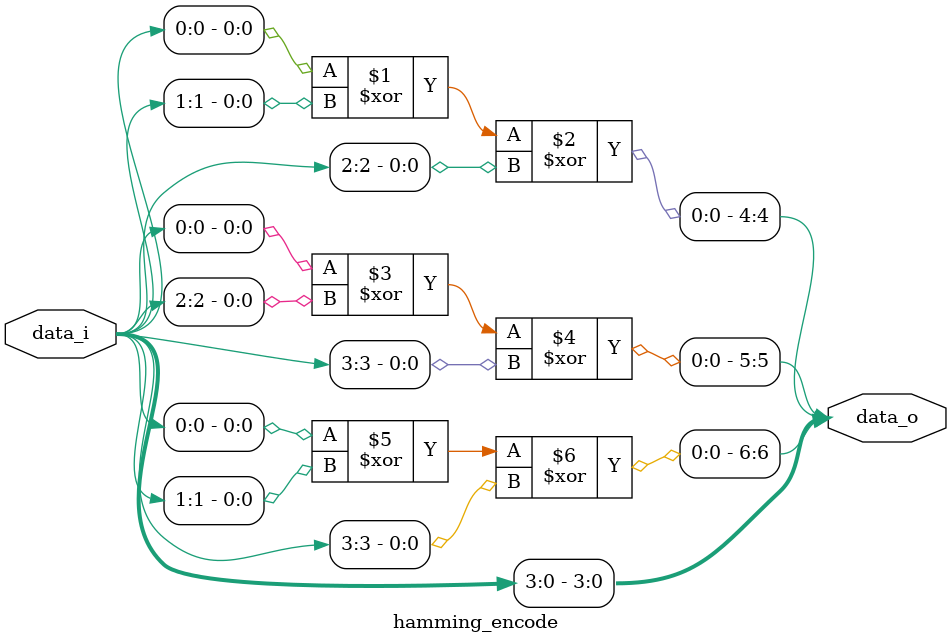
<source format=v>
module hamming_encode (
    input wire [3:0] data_i,
    output wire [6:0] data_o
);
    /* 生成矩阵 G = [
        1 0 0 0 1 1 1; 
        0 1 0 0 1 0 1;
        0 0 1 0 1 1 0; 
        0 0 0 1 0 1 1 ]
    */
    assign data_o[0] = data_i[0];
    assign data_o[1] = data_i[1];
    assign data_o[2] = data_i[2];
    assign data_o[3] = data_i[3];
    assign data_o[4] = data_i[0] ^ data_i[1] ^ data_i[2];
    assign data_o[5] = data_i[0] ^ data_i[2] ^ data_i[3];
    assign data_o[6] = data_i[0] ^ data_i[1] ^ data_i[3];

endmodule
</source>
